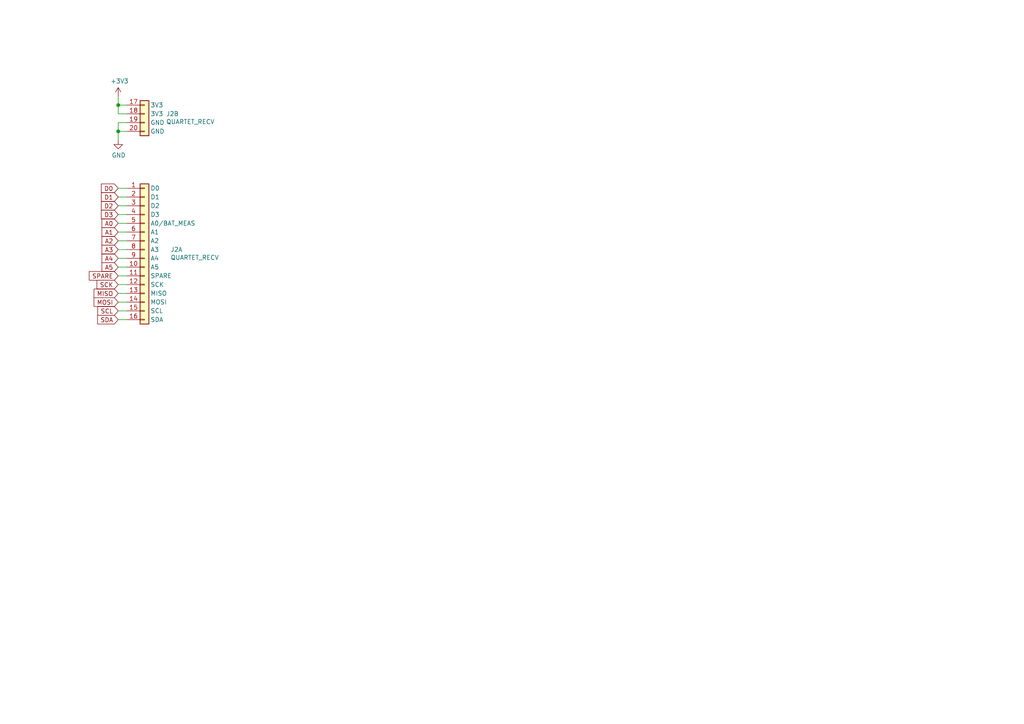
<source format=kicad_sch>
(kicad_sch (version 20230121) (generator eeschema)
  (paper "A4")
  (lib_symbols
    (symbol "power:+3V3" (power) (pin_names (offset 0))
      (property "Value" "+3V3" (at 0 3.556 0))
      (symbol "+3V3_0_1"
        (polyline (pts (xy -0.762 1.27) (xy 0 2.54)))
        (polyline (pts (xy 0 0) (xy 0 2.54)))
        (polyline (pts (xy 0 2.54) (xy 0.762 1.27)))
      )
      (symbol "+3V3_1_1"
        (pin power_in line (at 0 0 90) (length 0) hide (name "+3V3") (number "1"))
      )
    )
    (symbol "power:GND" (power) (pin_names (offset 0))
      (property "Value" "GND" (at 0 -3.81 0))
      (symbol "GND_0_1"
        (polyline (pts (xy 0 0) (xy 0 -1.27) (xy 1.27 -1.27) (xy 0 -2.54) (xy -1.27 -1.27) (xy 0 -1.27)))
      )
      (symbol "GND_1_1"
        (pin power_in line (at 0 0 270) (length 0) hide (name "GND") (number "1"))
      )
    )
    (symbol "quartet_breakout-rescue:QUARTET_RECV-gigahawk" (pin_names (offset 2.9972))
      (property "Reference" "J" (at 0 1.27 0))
      (property "Value" "gigahawk_QUARTET_RECV" (at 0 3.81 0))
      (symbol "QUARTET_RECV-gigahawk_1_1"
        (rectangle (start -1.27 -39.243) (end 0 -39.497) (stroke (width 0.1524)))
        (rectangle (start -1.27 -36.703) (end 0 -36.957) (stroke (width 0.1524)))
        (rectangle (start -1.27 -34.163) (end 0 -34.417) (stroke (width 0.1524)))
        (rectangle (start -1.27 -31.623) (end 0 -31.877) (stroke (width 0.1524)))
        (rectangle (start -1.27 -29.083) (end 0 -29.337) (stroke (width 0.1524)))
        (rectangle (start -1.27 -26.543) (end 0 -26.797) (stroke (width 0.1524)))
        (rectangle (start -1.27 -24.003) (end 0 -24.257) (stroke (width 0.1524)))
        (rectangle (start -1.27 -21.463) (end 0 -21.717) (stroke (width 0.1524)))
        (rectangle (start -1.27 -18.923) (end 0 -19.177) (stroke (width 0.1524)))
        (rectangle (start -1.27 -16.383) (end 0 -16.637) (stroke (width 0.1524)))
        (rectangle (start -1.27 -13.843) (end 0 -14.097) (stroke (width 0.1524)))
        (rectangle (start -1.27 -11.303) (end 0 -11.557) (stroke (width 0.1524)))
        (rectangle (start -1.27 -8.763) (end 0 -9.017) (stroke (width 0.1524)))
        (rectangle (start -1.27 -6.223) (end 0 -6.477) (stroke (width 0.1524)))
        (rectangle (start -1.27 -3.683) (end 0 -3.937) (stroke (width 0.1524)))
        (rectangle (start -1.27 -1.143) (end 0 -1.397) (stroke (width 0.1524)))
        (rectangle (start -1.27 0) (end 1.27 -40.64) (stroke (width 0.254)) (fill (type background)))
        (pin passive line (at -5.08 -1.27 0) (length 3.81) (name "D0") (number "1"))
        (pin passive line (at -5.08 -24.13 0) (length 3.81) (name "A5") (number "10"))
        (pin passive line (at -5.08 -26.67 0) (length 3.81) (name "SPARE") (number "11"))
        (pin passive line (at -5.08 -29.21 0) (length 3.81) (name "SCK") (number "12"))
        (pin passive line (at -5.08 -31.75 0) (length 3.81) (name "MISO") (number "13"))
        (pin passive line (at -5.08 -34.29 0) (length 3.81) (name "MOSI") (number "14"))
        (pin passive line (at -5.08 -36.83 0) (length 3.81) (name "SCL") (number "15"))
        (pin passive line (at -5.08 -39.37 0) (length 3.81) (name "SDA") (number "16"))
        (pin passive line (at -5.08 -3.81 0) (length 3.81) (name "D1") (number "2"))
        (pin passive line (at -5.08 -6.35 0) (length 3.81) (name "D2") (number "3"))
        (pin passive line (at -5.08 -8.89 0) (length 3.81) (name "D3") (number "4"))
        (pin passive line (at -5.08 -11.43 0) (length 3.81) (name "A0/BAT_MEAS") (number "5"))
        (pin passive line (at -5.08 -13.97 0) (length 3.81) (name "A1") (number "6"))
        (pin passive line (at -5.08 -16.51 0) (length 3.81) (name "A2") (number "7"))
        (pin passive line (at -5.08 -19.05 0) (length 3.81) (name "A3") (number "8"))
        (pin passive line (at -5.08 -21.59 0) (length 3.81) (name "A4") (number "9"))
      )
      (symbol "QUARTET_RECV-gigahawk_2_1"
        (rectangle (start -1.27 -8.763) (end 0 -9.017) (stroke (width 0.1524)))
        (rectangle (start -1.27 -6.223) (end 0 -6.477) (stroke (width 0.1524)))
        (rectangle (start -1.27 -3.683) (end 0 -3.937) (stroke (width 0.1524)))
        (rectangle (start -1.27 -1.143) (end 0 -1.397) (stroke (width 0.1524)))
        (rectangle (start -1.27 0) (end 1.27 -10.16) (stroke (width 0.254)) (fill (type background)))
        (pin passive line (at -5.08 -1.27 0) (length 3.81) (name "3V3") (number "17"))
        (pin passive line (at -5.08 -3.81 0) (length 3.81) (name "3V3") (number "18"))
        (pin passive line (at -5.08 -6.35 0) (length 3.81) (name "GND") (number "19"))
        (pin passive line (at -5.08 -8.89 0) (length 3.81) (name "GND") (number "20"))
      )
    )
  )
  (junction (at 34.29 38.1))
  (junction (at 34.29 30.48))
  (wire (pts (xy 34.29 67.31) (xy 36.83 67.31)))
  (wire (pts (xy 34.29 82.55) (xy 36.83 82.55)))
  (wire (pts (xy 34.29 90.17) (xy 36.83 90.17)))
  (wire (pts (xy 34.29 72.39) (xy 36.83 72.39)))
  (wire (pts (xy 34.29 62.23) (xy 36.83 62.23)))
  (wire (pts (xy 36.83 80.01) (xy 34.29 80.01)))
  (wire (pts (xy 36.83 33.02) (xy 34.29 33.02)))
  (wire (pts (xy 34.29 57.15) (xy 36.83 57.15)))
  (wire (pts (xy 34.29 30.48) (xy 34.29 27.94)))
  (wire (pts (xy 36.83 38.1) (xy 34.29 38.1)))
  (wire (pts (xy 36.83 30.48) (xy 34.29 30.48)))
  (wire (pts (xy 36.83 54.61) (xy 34.29 54.61)))
  (wire (pts (xy 36.83 64.77) (xy 34.29 64.77)))
  (wire (pts (xy 34.29 38.1) (xy 34.29 40.64)))
  (wire (pts (xy 36.83 92.71) (xy 34.29 92.71)))
  (wire (pts (xy 36.83 87.63) (xy 34.29 87.63)))
  (wire (pts (xy 34.29 33.02) (xy 34.29 30.48)))
  (wire (pts (xy 34.29 35.56) (xy 34.29 38.1)))
  (wire (pts (xy 36.83 59.69) (xy 34.29 59.69)))
  (wire (pts (xy 36.83 35.56) (xy 34.29 35.56)))
  (wire (pts (xy 34.29 77.47) (xy 36.83 77.47)))
  (wire (pts (xy 36.83 69.85) (xy 34.29 69.85)))
  (wire (pts (xy 36.83 74.93) (xy 34.29 74.93)))
  (wire (pts (xy 34.29 85.09) (xy 36.83 85.09)))
  (global_label "SCK" (shape input) (at 34.29 82.55 180) (property "Intersheetrefs" "${INTERSHEET_REFS}" (effects hide)))
  (global_label "D2" (shape input) (at 34.29 59.69 180) (property "Intersheetrefs" "${INTERSHEET_REFS}" (effects hide)))
  (global_label "D3" (shape input) (at 34.29 62.23 180) (property "Intersheetrefs" "${INTERSHEET_REFS}" (effects hide)))
  (global_label "A1" (shape input) (at 34.29 67.31 180) (property "Intersheetrefs" "${INTERSHEET_REFS}" (effects hide)))
  (global_label "SDA" (shape input) (at 34.29 92.71 180) (property "Intersheetrefs" "${INTERSHEET_REFS}" (effects hide)))
  (global_label "A5" (shape input) (at 34.29 77.47 180) (property "Intersheetrefs" "${INTERSHEET_REFS}" (effects hide)))
  (global_label "D1" (shape input) (at 34.29 57.15 180) (property "Intersheetrefs" "${INTERSHEET_REFS}" (effects hide)))
  (global_label "MOSI" (shape input) (at 34.29 87.63 180) (property "Intersheetrefs" "${INTERSHEET_REFS}" (effects hide)))
  (global_label "D0" (shape input) (at 34.29 54.61 180) (property "Intersheetrefs" "${INTERSHEET_REFS}" (effects hide)))
  (global_label "A3" (shape input) (at 34.29 72.39 180) (property "Intersheetrefs" "${INTERSHEET_REFS}" (effects hide)))
  (global_label "MISO" (shape input) (at 34.29 85.09 180) (property "Intersheetrefs" "${INTERSHEET_REFS}" (effects hide)))
  (global_label "SCL" (shape input) (at 34.29 90.17 180) (property "Intersheetrefs" "${INTERSHEET_REFS}" (effects hide)))
  (global_label "A4" (shape input) (at 34.29 74.93 180) (property "Intersheetrefs" "${INTERSHEET_REFS}" (effects hide)))
  (global_label "SPARE" (shape input) (at 34.29 80.01 180) (property "Intersheetrefs" "${INTERSHEET_REFS}" (effects hide)))
  (global_label "A0" (shape input) (at 34.29 64.77 180) (property "Intersheetrefs" "${INTERSHEET_REFS}" (effects hide)))
  (global_label "A2" (shape input) (at 34.29 69.85 180) (property "Intersheetrefs" "${INTERSHEET_REFS}" (effects hide)))
  (symbol (lib_id "quartet_breakout-rescue:QUARTET_RECV-gigahawk") (at 41.91 53.34 0) (unit 1)
    (property "Reference" "J2" (at 49.4538 72.39 0) (effects (justify left)))
    (property "Value" "QUARTET_RECV" (at 49.4538 74.7014 0) (effects (justify left)))
    (property "Footprint" "Gigahawk:QUARTET_RECV_MATRIX" (effects hide))
    (property "Part Numbers" "F519-1A7A1-11004-E200; F519-1A7A1-11016-E200" (effects hide))
  )
  (symbol (lib_id "quartet_breakout-rescue:QUARTET_RECV-gigahawk") (at 41.91 29.21 0) (unit 2)
    (property "Reference" "J2" (at 48.1838 33.02 0) (effects (justify left)))
    (property "Value" "QUARTET_RECV" (at 48.1838 35.3314 0) (effects (justify left)))
    (property "Footprint" "Gigahawk:QUARTET_RECV_MATRIX" (effects hide))
  )
  (symbol (lib_id "power:GND") (at 34.29 40.64 0) (unit 1)
    (property "Reference" "#PWR?" (effects hide))
    (property "Value" "GND" (at 34.417 45.0342 0))
    (instances (project "quartet_breakout" (path "" (reference "#PWR04") (unit 1))))
  )
  (symbol (lib_id "power:+3V3") (at 34.29 27.94 0) (unit 1)
    (property "Reference" "#PWR0110" (effects hide))
    (property "Value" "+3V3" (at 34.671 23.5458 0))
  )
)
</source>
